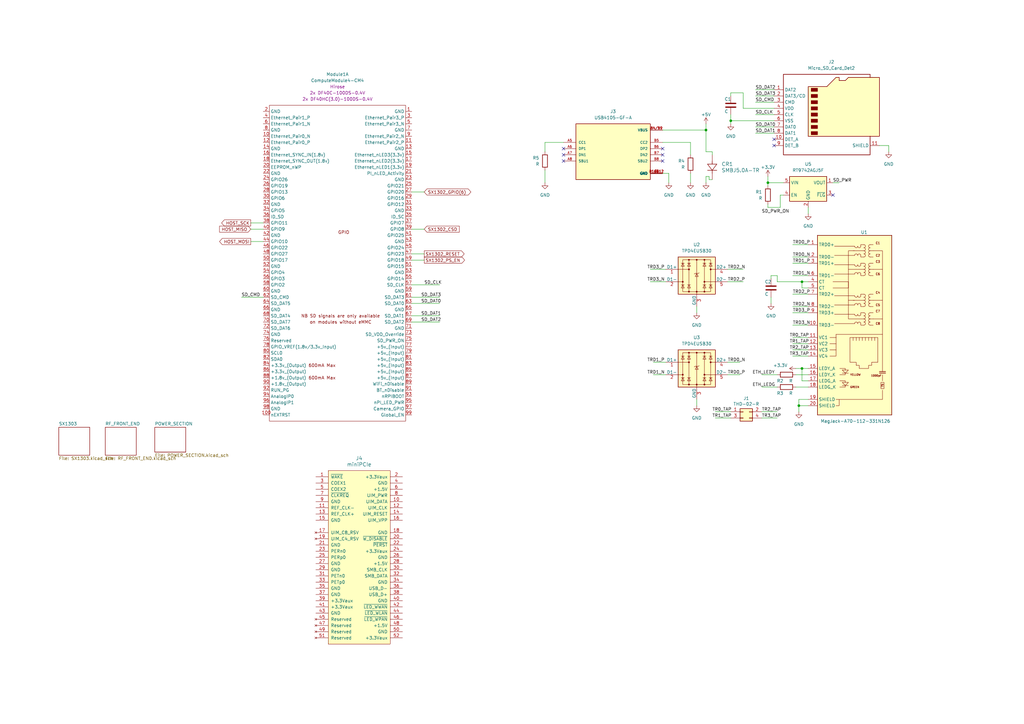
<source format=kicad_sch>
(kicad_sch (version 20230121) (generator eeschema)
  (paper "A3")
  (lib_symbols
    (symbol "CM4IO:ComputeModule4-CM4"
      (property "Reference" "Module" (at 113.03 -68.58 0))
      (property "Value" "ComputeModule4-CM4" (at 140.97 2.54 0))
      (property "Manufacturer" "Hirose" (at 0 0 0))
      (property "MPN" "2x DF40C-100DS-0.4V" (at 0 -2.54 0))
      (property "MPN (Alt)" "2x DF40HC(3.0)-100DS-0.4V" (at 0 0 0))
      (symbol "ComputeModule4-CM4_1_0"
        (text "GPIO" (at 0 6.35 0) (effects (font (size 1.27 1.27))))
      )
      (symbol "ComputeModule4-CM4_1_1"
        (text "600mA Max" (at -8.89 -53.34 0) (effects (font (size 1.27 1.27))))
        (text "600mA Max" (at -8.89 -48.26 0) (effects (font (size 1.27 1.27))))
        (text "NB SD signals are only available" (at -1.27 -27.94 0) (effects (font (size 1.27 1.27))))
        (text "on modules without eMMC" (at -1.27 -30.48 0) (effects (font (size 1.27 1.27))))
        (pin power_in line (at 27.94 55.88 180) (length 2.54) (name "GND") (number "1"))
        (pin passive line (at -33.02 45.72 0) (length 2.54) (name "Ethernet_Pair0_N") (number "10"))
        (pin output line (at -33.02 -68.58 0) (length 2.54) (name "nEXTRST") (number "100"))
        (pin passive line (at 27.94 43.18 180) (length 2.54) (name "Ethernet_Pair2_P") (number "11"))
        (pin passive line (at -33.02 43.18 0) (length 2.54) (name "Ethernet_Pair0_P") (number "12"))
        (pin power_in line (at 27.94 40.64 180) (length 2.54) (name "GND") (number "13"))
        (pin power_in line (at -33.02 40.64 0) (length 2.54) (name "GND") (number "14"))
        (pin output line (at 27.94 38.1 180) (length 2.54) (name "Ethernet_nLED3(3.3v)") (number "15"))
        (pin input line (at -33.02 38.1 0) (length 2.54) (name "Ethernet_SYNC_IN(1.8v)") (number "16"))
        (pin output line (at 27.94 35.56 180) (length 2.54) (name "Ethernet_nLED2(3.3v)") (number "17"))
        (pin input line (at -33.02 35.56 0) (length 2.54) (name "Ethernet_SYNC_OUT(1.8v)") (number "18"))
        (pin output line (at 27.94 33.02 180) (length 2.54) (name "Ethernet_nLED1(3.3v)") (number "19"))
        (pin power_in line (at -33.02 55.88 0) (length 2.54) (name "GND") (number "2"))
        (pin passive line (at -33.02 33.02 0) (length 2.54) (name "EEPROM_nWP") (number "20"))
        (pin open_collector line (at 27.94 30.48 180) (length 2.54) (name "PI_nLED_Activity") (number "21"))
        (pin power_in line (at -33.02 30.48 0) (length 2.54) (name "GND") (number "22"))
        (pin power_in line (at 27.94 27.94 180) (length 2.54) (name "GND") (number "23"))
        (pin passive line (at -33.02 27.94 0) (length 2.54) (name "GPIO26") (number "24"))
        (pin passive line (at 27.94 25.4 180) (length 2.54) (name "GPIO21") (number "25"))
        (pin passive line (at -33.02 25.4 0) (length 2.54) (name "GPIO19") (number "26"))
        (pin passive line (at 27.94 22.86 180) (length 2.54) (name "GPIO20") (number "27"))
        (pin passive line (at -33.02 22.86 0) (length 2.54) (name "GPIO13") (number "28"))
        (pin passive line (at 27.94 20.32 180) (length 2.54) (name "GPIO16") (number "29"))
        (pin passive line (at 27.94 53.34 180) (length 2.54) (name "Ethernet_Pair3_P") (number "3"))
        (pin passive line (at -33.02 20.32 0) (length 2.54) (name "GPIO6") (number "30"))
        (pin passive line (at 27.94 17.78 180) (length 2.54) (name "GPIO12") (number "31"))
        (pin power_in line (at -33.02 17.78 0) (length 2.54) (name "GND") (number "32"))
        (pin power_in line (at 27.94 15.24 180) (length 2.54) (name "GND") (number "33"))
        (pin passive line (at -33.02 15.24 0) (length 2.54) (name "GPIO5") (number "34"))
        (pin passive line (at 27.94 12.7 180) (length 2.54) (name "ID_SC") (number "35"))
        (pin passive line (at -33.02 12.7 0) (length 2.54) (name "ID_SD") (number "36"))
        (pin passive line (at 27.94 10.16 180) (length 2.54) (name "GPIO7") (number "37"))
        (pin passive line (at -33.02 10.16 0) (length 2.54) (name "GPIO11") (number "38"))
        (pin passive line (at 27.94 7.62 180) (length 2.54) (name "GPIO8") (number "39"))
        (pin passive line (at -33.02 53.34 0) (length 2.54) (name "Ethernet_Pair1_P") (number "4"))
        (pin passive line (at -33.02 7.62 0) (length 2.54) (name "GPIO9") (number "40"))
        (pin passive line (at 27.94 5.08 180) (length 2.54) (name "GPIO25") (number "41"))
        (pin power_in line (at -33.02 5.08 0) (length 2.54) (name "GND") (number "42"))
        (pin power_in line (at 27.94 2.54 180) (length 2.54) (name "GND") (number "43"))
        (pin passive line (at -33.02 2.54 0) (length 2.54) (name "GPIO10") (number "44"))
        (pin passive line (at 27.94 0 180) (length 2.54) (name "GPIO24") (number "45"))
        (pin passive line (at -33.02 0 0) (length 2.54) (name "GPIO22") (number "46"))
        (pin passive line (at 27.94 -2.54 180) (length 2.54) (name "GPIO23") (number "47"))
        (pin passive line (at -33.02 -2.54 0) (length 2.54) (name "GPIO27") (number "48"))
        (pin passive line (at 27.94 -5.08 180) (length 2.54) (name "GPIO18") (number "49"))
        (pin passive line (at 27.94 50.8 180) (length 2.54) (name "Ethernet_Pair3_N") (number "5"))
        (pin passive line (at -33.02 -5.08 0) (length 2.54) (name "GPIO17") (number "50"))
        (pin passive line (at 27.94 -7.62 180) (length 2.54) (name "GPIO15") (number "51"))
        (pin power_in line (at -33.02 -7.62 0) (length 2.54) (name "GND") (number "52"))
        (pin power_in line (at 27.94 -10.16 180) (length 2.54) (name "GND") (number "53"))
        (pin passive line (at -33.02 -10.16 0) (length 2.54) (name "GPIO4") (number "54"))
        (pin passive line (at 27.94 -12.7 180) (length 2.54) (name "GPIO14") (number "55"))
        (pin passive line (at -33.02 -12.7 0) (length 2.54) (name "GPIO3") (number "56"))
        (pin passive line (at 27.94 -15.24 180) (length 2.54) (name "SD_CLK") (number "57"))
        (pin passive line (at -33.02 -15.24 0) (length 2.54) (name "GPIO2") (number "58"))
        (pin power_in line (at 27.94 -17.78 180) (length 2.54) (name "GND") (number "59"))
        (pin passive line (at -33.02 50.8 0) (length 2.54) (name "Ethernet_Pair1_N") (number "6"))
        (pin power_in line (at -33.02 -17.78 0) (length 2.54) (name "GND") (number "60"))
        (pin passive line (at 27.94 -20.32 180) (length 2.54) (name "SD_DAT3") (number "61"))
        (pin passive line (at -33.02 -20.32 0) (length 2.54) (name "SD_CMD") (number "62"))
        (pin passive line (at 27.94 -22.86 180) (length 2.54) (name "SD_DAT0") (number "63"))
        (pin passive line (at -33.02 -22.86 0) (length 2.54) (name "SD_DAT5") (number "64"))
        (pin power_in line (at 27.94 -25.4 180) (length 2.54) (name "GND") (number "65"))
        (pin power_in line (at -33.02 -25.4 0) (length 2.54) (name "GND") (number "66"))
        (pin passive line (at 27.94 -27.94 180) (length 2.54) (name "SD_DAT1") (number "67"))
        (pin passive line (at -33.02 -27.94 0) (length 2.54) (name "SD_DAT4") (number "68"))
        (pin passive line (at 27.94 -30.48 180) (length 2.54) (name "SD_DAT2") (number "69"))
        (pin power_in line (at 27.94 48.26 180) (length 2.54) (name "GND") (number "7"))
        (pin passive line (at -33.02 -30.48 0) (length 2.54) (name "SD_DAT7") (number "70"))
        (pin power_in line (at 27.94 -33.02 180) (length 2.54) (name "GND") (number "71"))
        (pin passive line (at -33.02 -33.02 0) (length 2.54) (name "SD_DAT6") (number "72"))
        (pin input line (at 27.94 -35.56 180) (length 2.54) (name "SD_VDD_Override") (number "73"))
        (pin power_in line (at -33.02 -35.56 0) (length 2.54) (name "GND") (number "74"))
        (pin output line (at 27.94 -38.1 180) (length 2.54) (name "SD_PWR_ON") (number "75"))
        (pin passive line (at -33.02 -38.1 0) (length 2.54) (name "Reserved") (number "76"))
        (pin power_in line (at 27.94 -40.64 180) (length 2.54) (name "+5v_(Input)") (number "77"))
        (pin power_in line (at -33.02 -40.64 0) (length 2.54) (name "GPIO_VREF(1.8v/3.3v_Input)") (number "78"))
        (pin power_in line (at 27.94 -43.18 180) (length 2.54) (name "+5v_(Input)") (number "79"))
        (pin power_in line (at -33.02 48.26 0) (length 2.54) (name "GND") (number "8"))
        (pin passive line (at -33.02 -43.18 0) (length 2.54) (name "SCL0") (number "80"))
        (pin power_in line (at 27.94 -45.72 180) (length 2.54) (name "+5v_(Input)") (number "81"))
        (pin passive line (at -33.02 -45.72 0) (length 2.54) (name "SDA0") (number "82"))
        (pin power_in line (at 27.94 -48.26 180) (length 2.54) (name "+5v_(Input)") (number "83"))
        (pin power_out line (at -33.02 -48.26 0) (length 2.54) (name "+3.3v_(Output)") (number "84"))
        (pin power_in line (at 27.94 -50.8 180) (length 2.54) (name "+5v_(Input)") (number "85"))
        (pin power_out line (at -33.02 -50.8 0) (length 2.54) (name "+3.3v_(Output)") (number "86"))
        (pin power_in line (at 27.94 -53.34 180) (length 2.54) (name "+5v_(Input)") (number "87"))
        (pin power_out line (at -33.02 -53.34 0) (length 2.54) (name "+1.8v_(Output)") (number "88"))
        (pin power_in line (at 27.94 -55.88 180) (length 2.54) (name "WiFi_nDisable") (number "89"))
        (pin passive line (at 27.94 45.72 180) (length 2.54) (name "Ethernet_Pair2_N") (number "9"))
        (pin power_out line (at -33.02 -55.88 0) (length 2.54) (name "+1.8v_(Output)") (number "90"))
        (pin power_in line (at 27.94 -58.42 180) (length 2.54) (name "BT_nDisable") (number "91"))
        (pin passive line (at -33.02 -58.42 0) (length 2.54) (name "RUN_PG") (number "92"))
        (pin input line (at 27.94 -60.96 180) (length 2.54) (name "nRPIBOOT") (number "93"))
        (pin passive line (at -33.02 -60.96 0) (length 2.54) (name "AnalogIP0") (number "94"))
        (pin output line (at 27.94 -63.5 180) (length 2.54) (name "nPI_LED_PWR") (number "95"))
        (pin passive line (at -33.02 -63.5 0) (length 2.54) (name "AnalogIP1") (number "96"))
        (pin passive line (at 27.94 -66.04 180) (length 2.54) (name "Camera_GPIO") (number "97"))
        (pin power_in line (at -33.02 -66.04 0) (length 2.54) (name "GND") (number "98"))
        (pin input line (at 27.94 -68.58 180) (length 2.54) (name "Global_EN") (number "99"))
      )
      (symbol "ComputeModule4-CM4_2_1"
        (text "High Speed Serial" (at 140.97 0 0) (effects (font (size 1.27 1.27))))
        (pin input line (at 170.18 60.96 180) (length 5.08) (name "USB_OTG_ID") (number "101"))
        (pin input line (at 109.22 60.96 0) (length 5.08) (name "PCIe_CLK_nREQ") (number "102"))
        (pin passive line (at 170.18 58.42 180) (length 5.08) (name "USB2_N") (number "103"))
        (pin passive line (at 109.22 58.42 0) (length 5.08) (name "Reserved") (number "104"))
        (pin passive line (at 170.18 55.88 180) (length 5.08) (name "USB2_P") (number "105"))
        (pin passive line (at 109.22 55.88 0) (length 5.08) (name "Reserved") (number "106"))
        (pin power_in line (at 170.18 53.34 180) (length 5.08) (name "GND") (number "107"))
        (pin power_in line (at 109.22 53.34 0) (length 5.08) (name "GND") (number "108"))
        (pin bidirectional line (at 170.18 50.8 180) (length 5.08) (name "PCIe_nRST") (number "109"))
        (pin output line (at 109.22 50.8 0) (length 5.08) (name "PCIe_CLK_P") (number "110"))
        (pin passive line (at 170.18 48.26 180) (length 5.08) (name "VDAC_COMP") (number "111"))
        (pin output line (at 109.22 48.26 0) (length 5.08) (name "PCIe_CLK_N") (number "112"))
        (pin power_in line (at 170.18 45.72 180) (length 5.08) (name "GND") (number "113"))
        (pin power_in line (at 109.22 45.72 0) (length 5.08) (name "GND") (number "114"))
        (pin input line (at 170.18 43.18 180) (length 5.08) (name "CAM1_D0_N") (number "115"))
        (pin input line (at 109.22 43.18 0) (length 5.08) (name "PCIe_RX_P") (number "116"))
        (pin input line (at 170.18 40.64 180) (length 5.08) (name "CAM1_D0_P") (number "117"))
        (pin input line (at 109.22 40.64 0) (length 5.08) (name "PCIe_RX_N") (number "118"))
        (pin power_in line (at 170.18 38.1 180) (length 5.08) (name "GND") (number "119"))
        (pin power_in line (at 109.22 38.1 0) (length 5.08) (name "GND") (number "120"))
        (pin input line (at 170.18 35.56 180) (length 5.08) (name "CAM1_D1_N") (number "121"))
        (pin output line (at 109.22 35.56 0) (length 5.08) (name "PCIe_TX_P") (number "122"))
        (pin input line (at 170.18 33.02 180) (length 5.08) (name "CAM1_D1_P") (number "123"))
        (pin output line (at 109.22 33.02 0) (length 5.08) (name "PCIe_TX_N") (number "124"))
        (pin power_in line (at 170.18 30.48 180) (length 5.08) (name "GND") (number "125"))
        (pin power_in line (at 109.22 30.48 0) (length 5.08) (name "GND") (number "126"))
        (pin input line (at 170.18 27.94 180) (length 5.08) (name "CAM1_C_N") (number "127"))
        (pin input line (at 109.22 27.94 0) (length 5.08) (name "CAM0_D0_N") (number "128"))
        (pin input line (at 170.18 25.4 180) (length 5.08) (name "CAM1_C_P") (number "129"))
        (pin input line (at 109.22 25.4 0) (length 5.08) (name "CAM0_D0_P") (number "130"))
        (pin power_in line (at 170.18 22.86 180) (length 5.08) (name "GND") (number "131"))
        (pin power_in line (at 109.22 22.86 0) (length 5.08) (name "GND") (number "132"))
        (pin input line (at 170.18 20.32 180) (length 5.08) (name "CAM1_D2_N") (number "133"))
        (pin input line (at 109.22 20.32 0) (length 5.08) (name "CAM0_D1_N") (number "134"))
        (pin input line (at 170.18 17.78 180) (length 5.08) (name "CAM1_D2_P") (number "135"))
        (pin input line (at 109.22 17.78 0) (length 5.08) (name "CAM0_D1_P") (number "136"))
        (pin power_in line (at 170.18 15.24 180) (length 5.08) (name "GND") (number "137"))
        (pin power_in line (at 109.22 15.24 0) (length 5.08) (name "GND") (number "138"))
        (pin input line (at 170.18 12.7 180) (length 5.08) (name "CAM1_D3_N") (number "139"))
        (pin input line (at 109.22 12.7 0) (length 5.08) (name "CAM0_C_N") (number "140"))
        (pin input line (at 170.18 10.16 180) (length 5.08) (name "CAM1_D3_P") (number "141"))
        (pin input line (at 109.22 10.16 0) (length 5.08) (name "CAM0_C_P") (number "142"))
        (pin input line (at 170.18 7.62 180) (length 5.08) (name "HDMI1_HOTPLUG") (number "143"))
        (pin power_in line (at 109.22 7.62 0) (length 5.08) (name "GND") (number "144"))
        (pin bidirectional line (at 170.18 5.08 180) (length 5.08) (name "HDMI1_SDA") (number "145"))
        (pin output line (at 109.22 5.08 0) (length 5.08) (name "HDMI1_TX2_P") (number "146"))
        (pin open_collector line (at 170.18 2.54 180) (length 5.08) (name "HDMI1_SCL") (number "147"))
        (pin output line (at 109.22 2.54 0) (length 5.08) (name "HDMI1_TX2_N") (number "148"))
        (pin open_collector line (at 170.18 0 180) (length 5.08) (name "HDMI1_CEC") (number "149"))
        (pin power_in line (at 109.22 0 0) (length 5.08) (name "GND") (number "150"))
        (pin open_collector line (at 170.18 -2.54 180) (length 5.08) (name "HDMI0_CEC") (number "151"))
        (pin output line (at 109.22 -2.54 0) (length 5.08) (name "HDMI1_TX1_P") (number "152"))
        (pin input line (at 170.18 -5.08 180) (length 5.08) (name "HDMI0_HOTPLUG") (number "153"))
        (pin output line (at 109.22 -5.08 0) (length 5.08) (name "HDMI1_TX1_N") (number "154"))
        (pin power_in line (at 170.18 -7.62 180) (length 5.08) (name "GND") (number "155"))
        (pin power_in line (at 109.22 -7.62 0) (length 5.08) (name "GND") (number "156"))
        (pin output line (at 170.18 -10.16 180) (length 5.08) (name "DSI0_D0_N") (number "157"))
        (pin output line (at 109.22 -10.16 0) (length 5.08) (name "HDMI1_TX0_P") (number "158"))
        (pin output line (at 170.18 -12.7 180) (length 5.08) (name "DSI0_D0_P") (number "159"))
        (pin output line (at 109.22 -12.7 0) (length 5.08) (name "HDMI1_TX0_N") (number "160"))
        (pin power_in line (at 170.18 -15.24 180) (length 5.08) (name "GND") (number "161"))
        (pin power_in line (at 109.22 -15.24 0) (length 5.08) (name "GND") (number "162"))
        (pin output line (at 170.18 -17.78 180) (length 5.08) (name "DSI0_D1_N") (number "163"))
        (pin output line (at 109.22 -17.78 0) (length 5.08) (name "HDMI1_CLK_P") (number "164"))
        (pin output line (at 170.18 -20.32 180) (length 5.08) (name "DSI0_D1_P") (number "165"))
        (pin output line (at 109.22 -20.32 0) (length 5.08) (name "HDMI1_CLK_N") (number "166"))
        (pin power_in line (at 170.18 -22.86 180) (length 5.08) (name "GND") (number "167"))
        (pin power_in line (at 109.22 -22.86 0) (length 5.08) (name "GND") (number "168"))
        (pin output line (at 170.18 -25.4 180) (length 5.08) (name "DSI0_C_N") (number "169"))
        (pin output line (at 109.22 -25.4 0) (length 5.08) (name "HDMI0_TX2_P") (number "170"))
        (pin output line (at 170.18 -27.94 180) (length 5.08) (name "DSI0_C_P") (number "171"))
        (pin output line (at 109.22 -27.94 0) (length 5.08) (name "HDMI0_TX2_N") (number "172"))
        (pin power_in line (at 170.18 -30.48 180) (length 5.08) (name "GND") (number "173"))
        (pin power_in line (at 109.22 -30.48 0) (length 5.08) (name "GND") (number "174"))
        (pin output line (at 170.18 -33.02 180) (length 5.08) (name "DSI1_D0_N") (number "175"))
        (pin output line (at 109.22 -33.02 0) (length 5.08) (name "HDMI0_TX1_P") (number "176"))
        (pin output line (at 170.18 -35.56 180) (length 5.08) (name "DSI1_D0_P") (number "177"))
        (pin output line (at 109.22 -35.56 0) (length 5.08) (name "HDMI0_TX1_N") (number "178"))
        (pin power_in line (at 170.18 -38.1 180) (length 5.08) (name "GND") (number "179"))
        (pin power_in line (at 109.22 -38.1 0) (length 5.08) (name "GND") (number "180"))
        (pin output line (at 170.18 -40.64 180) (length 5.08) (name "DSI1_D1_N") (number "181"))
        (pin output line (at 109.22 -40.64 0) (length 5.08) (name "HDMI0_TX0_P") (number "182"))
        (pin output line (at 170.18 -43.18 180) (length 5.08) (name "DSI1_D1_P") (number "183"))
        (pin output line (at 109.22 -43.18 0) (length 5.08) (name "HDMI0_TX0_N") (number "184"))
        (pin power_in line (at 170.18 -45.72 180) (length 5.08) (name "GND") (number "185"))
        (pin power_in line (at 109.22 -45.72 0) (length 5.08) (name "GND") (number "186"))
        (pin output line (at 170.18 -48.26 180) (length 5.08) (name "DSI1_C_N") (number "187"))
        (pin output line (at 109.22 -48.26 0) (length 5.08) (name "HDMI0_CLK_P") (number "188"))
        (pin output line (at 170.18 -50.8 180) (length 5.08) (name "DSI1_C_P") (number "189"))
        (pin output line (at 109.22 -50.8 0) (length 5.08) (name "HDMI0_CLK_N") (number "190"))
        (pin power_in line (at 170.18 -53.34 180) (length 5.08) (name "GND") (number "191"))
        (pin power_in line (at 109.22 -53.34 0) (length 5.08) (name "GND") (number "192"))
        (pin output line (at 170.18 -55.88 180) (length 5.08) (name "DSI1_D2_N") (number "193"))
        (pin output line (at 109.22 -55.88 0) (length 5.08) (name "DSI1_D3_N") (number "194"))
        (pin output line (at 170.18 -58.42 180) (length 5.08) (name "DSI1_D2_P") (number "195"))
        (pin output line (at 109.22 -58.42 0) (length 5.08) (name "DSI1_D3_P") (number "196"))
        (pin power_in line (at 170.18 -60.96 180) (length 5.08) (name "GND") (number "197"))
        (pin power_in line (at 109.22 -60.96 0) (length 5.08) (name "GND") (number "198"))
        (pin bidirectional line (at 170.18 -63.5 180) (length 5.08) (name "HDMI0_SDA") (number "199"))
        (pin open_collector line (at 109.22 -63.5 0) (length 5.08) (name "HDMI0_SCL") (number "200"))
      )
    )
    (symbol "CM4IO:MagJack-A70-112-331N126"
      (property "Reference" "U" (at 0 0 0))
      (property "Value" "MagJack-A70-112-331N126" (at 0 0 0))
      (symbol "MagJack-A70-112-331N126_1_1"
        (text "1000pF" (at 6.35 17.399 0) (effects (font (size 0.762 0.762))))
        (text "75" (at 8.89 13.335 900) (effects (font (size 0.762 0.762))))
        (text "C1" (at 6.985 71.755 0) (effects (font (size 0.889 0.889))))
        (text "C2" (at 6.985 66.675 0) (effects (font (size 0.889 0.889))))
        (text "C3" (at 6.985 64.135 0) (effects (font (size 0.889 0.889))))
        (text "C4" (at 6.985 51.435 0) (effects (font (size 0.889 0.889))))
        (text "C5" (at 6.985 46.355 0) (effects (font (size 0.889 0.889))))
        (text "C6" (at 6.985 59.055 0) (effects (font (size 0.889 0.889))))
        (text "C7" (at 6.985 43.815 0) (effects (font (size 0.889 0.889))))
        (text "C8" (at 6.985 38.735 0) (effects (font (size 0.889 0.889))))
        (text "GREEN" (at -4.445 12.7 0) (effects (font (size 0.762 0.762)) (justify left)))
        (text "YELLOW" (at -4.445 17.78 0) (effects (font (size 0.762 0.762)) (justify left)))
        (pin passive line (at -21.59 71.12 0) (length 3.81) (name "TRD0+") (number "1"))
        (pin passive line (at -21.59 38.1 0) (length 3.81) (name "TRD3-") (number "10"))
        (pin passive line (at -21.59 33.02 0) (length 3.81) (name "VC1") (number "11"))
        (pin passive line (at -21.59 30.48 0) (length 3.81) (name "VC2") (number "12"))
        (pin passive line (at -21.59 27.94 0) (length 3.81) (name "VC3") (number "13"))
        (pin passive line (at -21.59 25.4 0) (length 3.81) (name "VC4") (number "14"))
        (pin passive line (at -21.59 20.32 0) (length 3.81) (name "LEDY_A") (number "15"))
        (pin passive line (at -21.59 17.78 0) (length 3.81) (name "LEDY_K") (number "16"))
        (pin passive line (at -21.59 15.24 0) (length 3.81) (name "LEDG_A") (number "17"))
        (pin passive line (at -21.59 12.7 0) (length 3.81) (name "LEDG_K") (number "18"))
        (pin passive line (at -21.59 7.62 0) (length 3.81) (name "SHIELD") (number "19"))
        (pin passive line (at -21.59 66.04 0) (length 3.81) (name "TRD0-") (number "2"))
        (pin passive line (at -21.59 5.08 0) (length 3.81) (name "SHIELD") (number "20"))
        (pin passive line (at -21.59 63.5 0) (length 3.81) (name "TRD1+") (number "3"))
        (pin passive line (at -21.59 55.88 0) (length 3.81) (name "CT") (number "4"))
        (pin passive line (at -21.59 53.34 0) (length 3.81) (name "CT") (number "5"))
        (pin passive line (at -21.59 58.42 0) (length 3.81) (name "TRD1-") (number "6"))
        (pin passive line (at -21.59 50.8 0) (length 3.81) (name "TRD2+") (number "7"))
        (pin passive line (at -21.59 45.72 0) (length 3.81) (name "TRD2-") (number "8"))
        (pin passive line (at -21.59 43.18 0) (length 3.81) (name "TRD3+") (number "9"))
      )
    )
    (symbol "CM4IO:TPD4EUSB30" (pin_names (offset 0))
      (property "Reference" "U" (at -0.635 8.89 0))
      (property "Value" "TPD4EUSB30" (at 8.89 -10.16 0))
      (symbol "TPD4EUSB30_1_1"
        (pin passive line (at -12.7 2.54 0) (length 5.08) (name "D1+") (number "1"))
        (pin passive line (at -12.7 2.54 0) (length 5.08) hide (name "~") (number "10"))
        (pin passive line (at -12.7 -2.54 0) (length 5.08) (name "D1-") (number "2"))
        (pin power_in line (at 0 -12.7 90) (length 5.08) (name "GND") (number "3"))
        (pin passive line (at 12.7 2.54 180) (length 5.08) (name "D2+") (number "4"))
        (pin passive line (at 12.7 -2.54 180) (length 5.08) (name "D2-") (number "5"))
        (pin passive line (at 12.7 -2.54 180) (length 5.08) hide (name "~") (number "6"))
        (pin passive line (at 12.7 2.54 180) (length 5.08) hide (name "~") (number "7"))
        (pin passive line (at 0 -12.7 90) (length 5.08) hide (name "GND") (number "8"))
        (pin passive line (at -12.7 -2.54 0) (length 5.08) hide (name "~") (number "9"))
      )
    )
    (symbol "Connector:Micro_SD_Card_Det2"
      (property "Reference" "J" (at -16.51 17.78 0))
      (property "Value" "Micro_SD_Card_Det2" (at 16.51 17.78 0))
      (symbol "Micro_SD_Card_Det2_1_1"
        (pin bidirectional line (at -22.86 10.16 0) (length 3.81) (name "DAT2") (number "1"))
        (pin passive line (at -22.86 -10.16 0) (length 3.81) (name "DET_A") (number "10"))
        (pin passive line (at 20.32 -12.7 180) (length 3.81) (name "SHIELD") (number "11"))
        (pin bidirectional line (at -22.86 7.62 0) (length 3.81) (name "DAT3/CD") (number "2"))
        (pin input line (at -22.86 5.08 0) (length 3.81) (name "CMD") (number "3"))
        (pin power_in line (at -22.86 2.54 0) (length 3.81) (name "VDD") (number "4"))
        (pin input line (at -22.86 0 0) (length 3.81) (name "CLK") (number "5"))
        (pin power_in line (at -22.86 -2.54 0) (length 3.81) (name "VSS") (number "6"))
        (pin bidirectional line (at -22.86 -5.08 0) (length 3.81) (name "DAT0") (number "7"))
        (pin bidirectional line (at -22.86 -7.62 0) (length 3.81) (name "DAT1") (number "8"))
        (pin passive line (at -22.86 -12.7 0) (length 3.81) (name "DET_B") (number "9"))
      )
    )
    (symbol "Connector_Generic:Conn_02x02_Odd_Even" (pin_names hide)
      (property "Reference" "J" (at 1.27 2.54 0))
      (property "Value" "Conn_02x02_Odd_Even" (at 1.27 -5.08 0))
      (symbol "Conn_02x02_Odd_Even_1_1"
        (pin passive line (at -5.08 0 0) (length 3.81) (name "Pin_1") (number "1"))
        (pin passive line (at 7.62 0 180) (length 3.81) (name "Pin_2") (number "2"))
        (pin passive line (at -5.08 -2.54 0) (length 3.81) (name "Pin_3") (number "3"))
        (pin passive line (at 7.62 -2.54 180) (length 3.81) (name "Pin_4") (number "4"))
      )
    )
    (symbol "Device:C" (pin_numbers hide) (pin_names (offset 0.254))
      (property "Reference" "C" (at 0.635 2.54 0))
      (property "Value" "C" (at 0.635 -2.54 0))
      (symbol "C_1_1"
        (pin passive line (at 0 3.81 270) (length 2.794) (name "~") (number "1"))
        (pin passive line (at 0 -3.81 90) (length 2.794) (name "~") (number "2"))
      )
    )
    (symbol "Device:R" (pin_numbers hide) (pin_names (offset 0))
      (property "Reference" "R" (at 2.032 0 90))
      (property "Value" "R" (at 0 0 90))
      (symbol "R_1_1"
        (pin passive line (at 0 3.81 270) (length 1.27) (name "~") (number "1"))
        (pin passive line (at 0 -3.81 90) (length 1.27) (name "~") (number "2"))
      )
    )
    (symbol "Power_Management:RT9742AGJ5F"
      (property "Reference" "U" (at 0 10.16 0))
      (property "Value" "RT9742AGJ5F" (at 0 7.62 0))
      (symbol "RT9742AGJ5F_1_1"
        (pin power_out line (at 10.16 2.54 180) (length 2.54) (name "VOUT") (number "1"))
        (pin power_in line (at 0 -7.62 90) (length 2.54) (name "GND") (number "2"))
        (pin open_collector line (at 10.16 -2.54 180) (length 2.54) (name "~{FLG}") (number "3"))
        (pin input line (at -10.16 -2.54 0) (length 2.54) (name "EN") (number "4"))
        (pin power_in line (at -10.16 2.54 0) (length 2.54) (name "VIN") (number "5"))
      )
    )
    (symbol "SMBJ5:SMBJ5.0A-TR" (pin_numbers hide) (pin_names (offset -1.651) hide)
      (property "Reference" "CR" (at 5.08 4.445 0))
      (property "Value" "SMBJ5.0A-TR" (at 5.08 -7.62 0))
      (symbol "SMBJ5.0A-TR_1_1"
        (pin unspecified line (at 10.16 0 180) (length 2.54) (name "1") (number "1"))
        (pin unspecified line (at 0 0 0) (length 2.54) (name "2") (number "2"))
      )
    )
    (symbol "USB4105-GF-A:USB4105-GF-A" (pin_names (offset 1.016))
      (property "Reference" "J" (at -15.24 13.97 0))
      (property "Value" "USB4105-GF-A" (at -15.24 -12.7 0))
      (symbol "USB4105-GF-A_0_0"
        (pin power_in line (at 20.32 -7.62 180) (length 5.08) (name "GND") (number "A1/B12"))
        (pin power_in line (at 20.32 10.16 180) (length 5.08) (name "VBUS") (number "A4/B9"))
        (pin bidirectional line (at -20.32 5.08 0) (length 5.08) (name "CC1") (number "A5"))
        (pin bidirectional line (at -20.32 2.54 0) (length 5.08) (name "DP1") (number "A6"))
        (pin bidirectional line (at -20.32 0 0) (length 5.08) (name "DN1") (number "A7"))
        (pin bidirectional line (at -20.32 -2.54 0) (length 5.08) (name "SBU1") (number "A8"))
        (pin power_in line (at 20.32 -7.62 180) (length 5.08) (name "GND") (number "B1/A12"))
        (pin power_in line (at 20.32 10.16 180) (length 5.08) (name "VBUS") (number "B4/A9"))
        (pin bidirectional line (at 20.32 5.08 180) (length 5.08) (name "CC2") (number "B5"))
        (pin bidirectional line (at 20.32 2.54 180) (length 5.08) (name "DP2") (number "B6"))
        (pin bidirectional line (at 20.32 0 180) (length 5.08) (name "DN2") (number "B7"))
        (pin bidirectional line (at 20.32 -2.54 180) (length 5.08) (name "SBU2") (number "B8"))
        (pin power_in line (at 20.32 -7.62 180) (length 5.08) (name "GND") (number "G1"))
        (pin power_in line (at 20.32 -7.62 180) (length 5.08) (name "GND") (number "G2"))
        (pin power_in line (at 20.32 -7.62 180) (length 5.08) (name "GND") (number "G3"))
        (pin power_in line (at 20.32 -7.62 180) (length 5.08) (name "GND") (number "G4"))
      )
    )
    (symbol "mpcie:miniPCIe" (pin_names (offset 1.016))
      (property "Reference" "J" (at 0 -38.1 0))
      (property "Value" "miniPCIe" (at 0 35.56 0))
      (symbol "miniPCIe_1_1"
        (pin output line (at -17.78 31.75 0) (length 5.08) (name "~{WAKE}") (number "1"))
        (pin bidirectional line (at 17.78 21.59 180) (length 5.08) (name "UIM_DATA") (number "10"))
        (pin input line (at -17.78 19.05 0) (length 5.08) (name "REF_CLK-") (number "11"))
        (pin output line (at 17.78 19.05 180) (length 5.08) (name "UIM_CLK") (number "12"))
        (pin input line (at -17.78 16.51 0) (length 5.08) (name "REF_CLK+") (number "13"))
        (pin output line (at 17.78 16.51 180) (length 5.08) (name "UIM_RESET") (number "14"))
        (pin power_in line (at -17.78 13.97 0) (length 5.08) (name "GND") (number "15"))
        (pin power_out line (at 17.78 13.97 180) (length 5.08) (name "UIM_VPP") (number "16"))
        (pin no_connect line (at -17.78 8.89 0) (length 5.08) (name "UIM_C8_RSV") (number "17"))
        (pin power_in line (at 17.78 8.89 180) (length 5.08) (name "GND") (number "18"))
        (pin no_connect line (at -17.78 6.35 0) (length 5.08) (name "UIM_C4_RSV") (number "19"))
        (pin power_in line (at 17.78 31.75 180) (length 5.08) (name "+3.3Vaux") (number "2"))
        (pin input line (at 17.78 6.35 180) (length 5.08) (name "~{W_DISABLE}") (number "20"))
        (pin power_in line (at -17.78 3.81 0) (length 5.08) (name "GND") (number "21"))
        (pin input line (at 17.78 3.81 180) (length 5.08) (name "~{PERST}") (number "22"))
        (pin bidirectional line (at -17.78 1.27 0) (length 5.08) (name "PERn0") (number "23"))
        (pin power_in line (at 17.78 1.27 180) (length 5.08) (name "+3.3Vaux") (number "24"))
        (pin bidirectional line (at -17.78 -1.27 0) (length 5.08) (name "PERp0") (number "25"))
        (pin power_in line (at 17.78 -1.27 180) (length 5.08) (name "GND") (number "26"))
        (pin power_in line (at -17.78 -3.81 0) (length 5.08) (name "GND") (number "27"))
        (pin power_in line (at 17.78 -3.81 180) (length 5.08) (name "+1.5V") (number "28"))
        (pin power_in line (at -17.78 -6.35 0) (length 5.08) (name "GND") (number "29"))
        (pin unspecified line (at -17.78 29.21 0) (length 5.08) (name "COEX1") (number "3"))
        (pin input line (at 17.78 -6.35 180) (length 5.08) (name "SMB_CLK") (number "30"))
        (pin bidirectional line (at -17.78 -8.89 0) (length 5.08) (name "PETn0") (number "31"))
        (pin bidirectional line (at 17.78 -8.89 180) (length 5.08) (name "SMB_DATA") (number "32"))
        (pin bidirectional line (at -17.78 -11.43 0) (length 5.08) (name "PETp0") (number "33"))
        (pin power_in line (at 17.78 -11.43 180) (length 5.08) (name "GND") (number "34"))
        (pin power_in line (at -17.78 -13.97 0) (length 5.08) (name "GND") (number "35"))
        (pin bidirectional line (at 17.78 -13.97 180) (length 5.08) (name "USB_D-") (number "36"))
        (pin power_in line (at -17.78 -16.51 0) (length 5.08) (name "GND") (number "37"))
        (pin bidirectional line (at 17.78 -16.51 180) (length 5.08) (name "USB_D+") (number "38"))
        (pin power_in line (at -17.78 -19.05 0) (length 5.08) (name "+3.3Vaux") (number "39"))
        (pin power_in line (at 17.78 29.21 180) (length 5.08) (name "GND") (number "4"))
        (pin power_in line (at 17.78 -19.05 180) (length 5.08) (name "GND") (number "40"))
        (pin power_in line (at -17.78 -21.59 0) (length 5.08) (name "+3.3Vaux") (number "41"))
        (pin output line (at 17.78 -21.59 180) (length 5.08) (name "~{LED_WWAN}") (number "42"))
        (pin power_in line (at -17.78 -24.13 0) (length 5.08) (name "GND") (number "43"))
        (pin output line (at 17.78 -24.13 180) (length 5.08) (name "~{LED_WLAN}") (number "44"))
        (pin no_connect line (at -17.78 -26.67 0) (length 5.08) (name "Reserved") (number "45"))
        (pin output line (at 17.78 -26.67 180) (length 5.08) (name "~{LED_WPAN}") (number "46"))
        (pin no_connect line (at -17.78 -29.21 0) (length 5.08) (name "Reserved") (number "47"))
        (pin power_in line (at 17.78 -29.21 180) (length 5.08) (name "+1.5V") (number "48"))
        (pin no_connect line (at -17.78 -31.75 0) (length 5.08) (name "Reserved") (number "49"))
        (pin unspecified line (at -17.78 26.67 0) (length 5.08) (name "COEX2") (number "5"))
        (pin power_in line (at 17.78 -31.75 180) (length 5.08) (name "GND") (number "50"))
        (pin no_connect line (at -17.78 -34.29 0) (length 5.08) (name "Reserved") (number "51"))
        (pin power_in line (at 17.78 -34.29 180) (length 5.08) (name "+3.3Vaux") (number "52"))
        (pin power_in line (at 17.78 26.67 180) (length 5.08) (name "+1.5V") (number "6"))
        (pin output line (at -17.78 24.13 0) (length 5.08) (name "~{CLKREQ}") (number "7"))
        (pin power_out line (at 17.78 24.13 180) (length 5.08) (name "UIM_PWR") (number "8"))
        (pin power_in line (at -17.78 21.59 0) (length 5.08) (name "GND") (number "9"))
      )
    )
    (symbol "power:+3.3V" (power) (pin_names (offset 0))
      (property "Value" "+3.3V" (at 0 3.556 0))
      (symbol "+3.3V_1_1"
        (pin power_in line (at 0 0 90) (length 0) hide (name "+3.3V") (number "1"))
      )
    )
    (symbol "power:+5V" (power) (pin_names (offset 0))
      (property "Value" "+5V" (at 0 3.556 0))
      (symbol "+5V_1_1"
        (pin power_in line (at 0 0 90) (length 0) hide (name "+5V") (number "1"))
      )
    )
    (symbol "power:GND" (power) (pin_names (offset 0))
      (property "Value" "GND" (at 0 -3.81 0))
      (symbol "GND_1_1"
        (pin power_in line (at 0 0 270) (length 0) hide (name "GND") (number "1"))
      )
    )
  )
  (junction (at 314.96 74.93))
  (junction (at 299.72 49.53))
  (junction (at 289.56 53.34))
  (junction (at 328.93 151.13))
  (junction (at 328.93 115.57))
  (junction (at 327.66 166.37))
  (no_connect (at 271.78 66.04))
  (no_connect (at 317.5 59.69))
  (no_connect (at 341.63 80.01))
  (no_connect (at 271.78 63.5))
  (no_connect (at 231.14 60.96))
  (no_connect (at 231.14 63.5))
  (no_connect (at 317.5 57.15))
  (no_connect (at 271.78 60.96))
  (no_connect (at 231.14 66.04))
  (wire (pts (xy 314.96 83.82) (xy 314.96 85.09)))
  (wire (pts (xy 309.88 36.83) (xy 317.5 36.83)))
  (wire (pts (xy 168.91 106.68) (xy 173.99 106.68)))
  (wire (pts (xy 314.96 72.39) (xy 314.96 74.93)))
  (wire (pts (xy 102.87 99.06) (xy 107.95 99.06)))
  (wire (pts (xy 325.12 143.51) (xy 331.47 143.51)))
  (wire (pts (xy 331.47 85.09) (xy 331.47 87.63)))
  (wire (pts (xy 320.04 85.09) (xy 314.96 85.09)))
  (wire (pts (xy 298.45 110.49) (xy 304.8 110.49)))
  (wire (pts (xy 325.12 146.05) (xy 331.47 146.05)))
  (wire (pts (xy 314.96 74.93) (xy 314.96 76.2)))
  (wire (pts (xy 292.1 63.5) (xy 292.1 62.23)))
  (wire (pts (xy 325.12 140.97) (xy 331.47 140.97)))
  (wire (pts (xy 271.78 71.12) (xy 274.32 71.12)))
  (wire (pts (xy 223.52 69.85) (xy 223.52 74.93)))
  (wire (pts (xy 289.56 72.39) (xy 289.56 74.93)))
  (wire (pts (xy 309.88 41.91) (xy 317.5 41.91)))
  (wire (pts (xy 341.63 74.93) (xy 344.17 74.93)))
  (wire (pts (xy 317.5 44.45) (xy 304.8 44.45)))
  (wire (pts (xy 318.77 113.03) (xy 316.23 113.03)))
  (wire (pts (xy 316.23 113.03) (xy 316.23 114.3)))
  (wire (pts (xy 309.88 39.37) (xy 317.5 39.37)))
  (wire (pts (xy 331.47 156.21) (xy 328.93 156.21)))
  (wire (pts (xy 327.66 163.83) (xy 327.66 166.37)))
  (wire (pts (xy 168.91 129.54) (xy 180.34 129.54)))
  (wire (pts (xy 312.42 153.67) (xy 318.77 153.67)))
  (wire (pts (xy 312.42 171.45) (xy 318.77 171.45)))
  (wire (pts (xy 304.8 44.45) (xy 304.8 38.1)))
  (wire (pts (xy 266.7 115.57) (xy 273.05 115.57)))
  (wire (pts (xy 223.52 58.42) (xy 223.52 62.23)))
  (wire (pts (xy 326.39 151.13) (xy 328.93 151.13)))
  (wire (pts (xy 325.12 120.65) (xy 331.47 120.65)))
  (wire (pts (xy 283.21 71.12) (xy 283.21 74.93)))
  (wire (pts (xy 285.75 125.73) (xy 285.75 128.27)))
  (wire (pts (xy 328.93 115.57) (xy 318.77 115.57)))
  (wire (pts (xy 99.06 121.92) (xy 107.95 121.92)))
  (wire (pts (xy 321.31 80.01) (xy 320.04 80.01)))
  (wire (pts (xy 168.91 124.46) (xy 180.34 124.46)))
  (wire (pts (xy 325.12 100.33) (xy 331.47 100.33)))
  (wire (pts (xy 298.45 148.59) (xy 303.53 148.59)))
  (wire (pts (xy 331.47 118.11) (xy 328.93 118.11)))
  (wire (pts (xy 102.87 93.98) (xy 107.95 93.98)))
  (wire (pts (xy 267.97 153.67) (xy 273.05 153.67)))
  (wire (pts (xy 320.04 80.01) (xy 320.04 85.09)))
  (wire (pts (xy 309.88 52.07) (xy 317.5 52.07)))
  (wire (pts (xy 168.91 121.92) (xy 180.34 121.92)))
  (wire (pts (xy 328.93 156.21) (xy 328.93 151.13)))
  (wire (pts (xy 299.72 46.99) (xy 299.72 49.53)))
  (wire (pts (xy 292.1 73.66) (xy 290.83 73.66)))
  (wire (pts (xy 266.7 110.49) (xy 273.05 110.49)))
  (wire (pts (xy 168.91 116.84) (xy 180.34 116.84)))
  (wire (pts (xy 328.93 151.13) (xy 331.47 151.13)))
  (wire (pts (xy 168.91 78.74) (xy 173.99 78.74)))
  (wire (pts (xy 283.21 58.42) (xy 283.21 63.5)))
  (wire (pts (xy 327.66 166.37) (xy 327.66 168.91)))
  (wire (pts (xy 299.72 38.1) (xy 299.72 39.37)))
  (wire (pts (xy 318.77 115.57) (xy 318.77 113.03)))
  (wire (pts (xy 321.31 74.93) (xy 314.96 74.93)))
  (wire (pts (xy 290.83 73.66) (xy 290.83 72.39)))
  (wire (pts (xy 312.42 158.75) (xy 318.77 158.75)))
  (wire (pts (xy 326.39 158.75) (xy 331.47 158.75)))
  (wire (pts (xy 285.75 163.83) (xy 285.75 166.37)))
  (wire (pts (xy 360.68 59.69) (xy 364.49 59.69)))
  (wire (pts (xy 274.32 71.12) (xy 274.32 74.93)))
  (wire (pts (xy 331.47 163.83) (xy 327.66 163.83)))
  (wire (pts (xy 325.12 125.73) (xy 331.47 125.73)))
  (wire (pts (xy 299.72 49.53) (xy 299.72 50.8)))
  (wire (pts (xy 316.23 121.92) (xy 316.23 124.46)))
  (wire (pts (xy 327.66 166.37) (xy 331.47 166.37)))
  (wire (pts (xy 168.91 104.14) (xy 173.99 104.14)))
  (wire (pts (xy 312.42 168.91) (xy 318.77 168.91)))
  (wire (pts (xy 325.12 128.27) (xy 331.47 128.27)))
  (wire (pts (xy 325.12 113.03) (xy 331.47 113.03)))
  (wire (pts (xy 289.56 72.39) (xy 290.83 72.39)))
  (wire (pts (xy 331.47 115.57) (xy 328.93 115.57)))
  (wire (pts (xy 102.87 91.44) (xy 107.95 91.44)))
  (wire (pts (xy 271.78 58.42) (xy 283.21 58.42)))
  (wire (pts (xy 298.45 115.57) (xy 304.8 115.57)))
  (wire (pts (xy 364.49 59.69) (xy 364.49 62.23)))
  (wire (pts (xy 293.37 171.45) (xy 299.72 171.45)))
  (wire (pts (xy 267.97 148.59) (xy 273.05 148.59)))
  (wire (pts (xy 289.56 53.34) (xy 289.56 62.23)))
  (wire (pts (xy 317.5 49.53) (xy 299.72 49.53)))
  (wire (pts (xy 168.91 132.08) (xy 180.34 132.08)))
  (wire (pts (xy 298.45 153.67) (xy 303.53 153.67)))
  (wire (pts (xy 325.12 107.95) (xy 331.47 107.95)))
  (wire (pts (xy 289.56 62.23) (xy 292.1 62.23)))
  (wire (pts (xy 309.88 46.99) (xy 317.5 46.99)))
  (wire (pts (xy 271.78 53.34) (xy 289.56 53.34)))
  (wire (pts (xy 325.12 138.43) (xy 331.47 138.43)))
  (wire (pts (xy 325.12 105.41) (xy 331.47 105.41)))
  (wire (pts (xy 231.14 58.42) (xy 223.52 58.42)))
  (wire (pts (xy 168.91 93.98) (xy 173.99 93.98)))
  (wire (pts (xy 304.8 38.1) (xy 299.72 38.1)))
  (wire (pts (xy 325.12 133.35) (xy 331.47 133.35)))
  (wire (pts (xy 293.37 168.91) (xy 299.72 168.91)))
  (wire (pts (xy 328.93 115.57) (xy 328.93 118.11)))
  (wire (pts (xy 326.39 153.67) (xy 331.47 153.67)))
  (wire (pts (xy 289.56 53.34) (xy 289.56 50.8)))
  (wire (pts (xy 309.88 54.61) (xy 317.5 54.61)))
  (label "TRD0_P" (at 298.45 153.67 0))
  (label "SD_CMD" (at 99.06 121.92 0))
  (label "TRD1_N" (at 325.12 113.03 0))
  (label "TRD2_P" (at 298.45 115.57 0))
  (label "TRD1_P" (at 265.43 148.59 0))
  (label "SD_CMD" (at 309.88 41.91 0))
  (label "SD_DAT1" (at 309.88 54.61 0))
  (label "TRD3_P" (at 265.43 110.49 0))
  (label "TRD3_N" (at 325.12 133.35 0))
  (label "SD_PWR_ON" (at 312.42 87.63 0))
  (label "TR2_TAP" (at 323.85 143.51 0))
  (label "SD_DAT3" (at 309.88 39.37 0))
  (label "TR2_TAP" (at 312.42 168.91 0))
  (label "TR1_TAP" (at 292.1 171.45 0))
  (label "SD_DAT3" (at 172.72 121.92 0))
  (label "SD_PWR" (at 341.63 74.93 0))
  (label "TRD0_N" (at 325.12 105.41 0))
  (label "SD_DAT2" (at 309.88 36.83 0))
  (label "SD_DAT0" (at 172.72 124.46 0))
  (label "TRD3_P" (at 325.12 128.27 0))
  (label "TRD0_N" (at 298.45 148.59 0))
  (label "ETH_LEDG" (at 308.61 158.75 0))
  (label "SD_DAT1" (at 172.72 129.54 0))
  (label "TR3_TAP" (at 312.42 171.45 0))
  (label "TRD2_N" (at 325.12 125.73 0))
  (label "TRD2_P" (at 325.12 120.65 0))
  (label "TRD1_N" (at 265.43 153.67 0))
  (label "SD_DAT2" (at 172.72 132.08 0))
  (label "TR0_TAP" (at 323.85 138.43 0))
  (label "SD_DAT0" (at 309.88 52.07 0))
  (label "ETH_LEDY" (at 308.61 153.67 0))
  (label "TR0_TAP" (at 292.1 168.91 0))
  (label "TRD2_N" (at 298.45 110.49 0))
  (label "TRD0_P" (at 325.12 100.33 0))
  (label "TR3_TAP" (at 323.85 146.05 0))
  (label "SD_CLK" (at 173.99 116.84 0))
  (label "SD_CLK" (at 309.88 46.99 0))
  (label "TR1_TAP" (at 323.85 140.97 0))
  (label "TRD3_N" (at 265.43 115.57 0))
  (label "TRD1_P" (at 325.12 107.95 0))
  (global_label "HOST_SCK" (shape output) (at 102.87 91.44 180) (property "Intersheetrefs" "${INTERSHEET_REFS}" (effects hide)))
  (global_label "SX1302_RESET" (shape output) (at 173.99 104.14 0) (property "Intersheetrefs" "${INTERSHEET_REFS}" (effects hide)))
  (global_label "SX1302_GPIO(6)" (shape bidirectional) (at 173.99 78.74 0) (property "Intersheetrefs" "${INTERSHEET_REFS}" (effects hide)))
  (global_label "HOST_MOSI" (shape output) (at 102.87 99.06 180) (property "Intersheetrefs" "${INTERSHEET_REFS}" (effects hide)))
  (global_label "SX1302_PS_EN" (shape output) (at 173.99 106.68 0) (property "Intersheetrefs" "${INTERSHEET_REFS}" (effects hide)))
  (global_label "HOST_MISO" (shape input) (at 102.87 93.98 180) (property "Intersheetrefs" "${INTERSHEET_REFS}" (effects hide)))
  (global_label "SX1302_CSD" (shape input) (at 173.99 93.98 0) (property "Intersheetrefs" "${INTERSHEET_REFS}" (effects hide)))
  (symbol (lib_id "power:GND") (at 364.49 62.23 0) (unit 1)
    (property "Reference" "#PWR01" (effects hide))
    (property "Value" "GND" (at 364.49 67.31 0))
  )
  (symbol (lib_id "CM4IO:ComputeModule4-CM4") (at 140.97 101.6 0) (unit 1)
    (property "Reference" "Module1" (at 138.43 30.48 0))
    (property "Value" "ComputeModule4-CM4" (at 138.43 33.02 0))
    (property "Footprint" "CM4IO:Raspberry-Pi-4-Compute-Module" (effects hide))
    (property "Manufacturer" "Hirose" (at 138.43 35.56 0))
    (property "MPN" "2x DF40C-100DS-0.4V" (at 138.43 38.1 0))
    (property "Digi-Key_PN" "2x H11615CT-ND" (effects hide))
    (property "Digi-Key_PN (Alt)" "2x H124602CT-ND" (effects hide))
    (property "MPN (Alt)" "2x DF40HC(3.0)-100DS-0.4V" (at 138.43 40.64 0))
  )
  (symbol (lib_id "power:GND") (at 299.72 50.8 0) (unit 1)
    (property "Reference" "#PWR02" (effects hide))
    (property "Value" "GND" (at 299.72 55.88 0))
  )
  (symbol (lib_id "Connector_Generic:Conn_02x02_Odd_Even") (at 304.8 168.91 0) (unit 1)
    (property "Reference" "J1" (at 306.07 163.3982 0))
    (property "Value" "THD-02-R" (at 306.07 165.7096 0))
    (property "Footprint" "Connector_PinHeader_2.54mm:PinHeader_2x02_P2.54mm_Vertical" (effects hide))
    (property "Datasheet" "https://www.toby.co.uk/uploads/publications/1673.pdf" (effects hide))
    (property "Field4" "Toby" (effects hide))
    (property "Field5" "THD-02-R" (effects hide))
    (property "Field6" "151-604-425-761" (effects hide))
    (property "Field7" "EDAC" (effects hide))
    (property "Field8" "UCON00791" (effects hide))
    (property "Part Description" "PinHeader_2x02_P2.54mm_Vertical" (effects hide))
  )
  (symbol (lib_id "CM4IO:TPD4EUSB30") (at 285.75 113.03 0) (unit 1)
    (property "Reference" "U2" (at 285.75 100.33 0))
    (property "Value" "TPD4EUSB30" (at 285.75 102.87 0))
    (property "Footprint" "Package_SON:USON-10_2.5x1.0mm_P0.5mm" (effects hide))
    (property "Datasheet" "http://www.ti.com/lit/ds/symlink/tpd2eusb30a.pdf" (effects hide))
  )
  (symbol (lib_id "Device:R") (at 314.96 80.01 180) (unit 1)
    (property "Reference" "R1" (at 309.88 78.74 0) (effects (justify right)))
    (property "Value" "R" (at 311.15 81.28 0) (effects (justify right)))
  )
  (symbol (lib_id "power:GND") (at 274.32 74.93 0) (unit 1)
    (property "Reference" "#PWR011" (effects hide))
    (property "Value" "GND" (at 274.32 80.01 0))
  )
  (symbol (lib_id "power:GND") (at 223.52 74.93 0) (unit 1)
    (property "Reference" "#PWR014" (effects hide))
    (property "Value" "GND" (at 223.52 80.01 0))
  )
  (symbol (lib_id "Connector:Micro_SD_Card_Det2") (at 340.36 46.99 0) (unit 1)
    (property "Reference" "J2" (at 340.995 25.4 0))
    (property "Value" "Micro_SD_Card_Det2" (at 340.995 27.94 0))
    (property "Footprint" "CM4IO:SDCARD_MOLEX_503398-1892" (effects hide))
    (property "Datasheet" "https://www.hirose.com/en/product/document?clcode=&productname=&series=DM3&documenttype=Catalog&lang=en&documentid=D49662_en" (effects hide))
  )
  (symbol (lib_id "power:+3.3V") (at 314.96 72.39 0) (unit 1)
    (property "Reference" "#PWR04" (effects hide))
    (property "Value" "+3.3V" (at 314.96 68.58 0))
  )
  (symbol (lib_id "power:GND") (at 285.75 166.37 0) (unit 1)
    (property "Reference" "#PWR09" (effects hide))
    (property "Value" "GND" (at 285.75 171.45 0))
  )
  (symbol (lib_id "power:GND") (at 289.56 74.93 0) (unit 1)
    (property "Reference" "#PWR013" (effects hide))
    (property "Value" "GND" (at 289.56 80.01 0))
  )
  (symbol (lib_id "Power_Management:RT9742AGJ5F") (at 331.47 77.47 0) (unit 1)
    (property "Reference" "U5" (at 331.47 67.31 0))
    (property "Value" "RT9742AGJ5F" (at 331.47 69.85 0))
    (property "Footprint" "Package_TO_SOT_SMD:TSOT-23-5" (effects hide))
    (property "Datasheet" "https://www.richtek.com/assets/product_file/RT9742/DS9742-10.pdf" (effects hide))
  )
  (symbol (lib_id "Device:C") (at 316.23 118.11 0) (unit 1)
    (property "Reference" "C2" (at 313.69 115.57 0) (effects (justify left)))
    (property "Value" "C" (at 313.69 120.65 0) (effects (justify left)))
  )
  (symbol (lib_id "SMBJ5:SMBJ5.0A-TR") (at 292.1 63.5 270) (unit 1)
    (property "Reference" "CR1" (at 295.91 67.31 90) (effects (font (size 1.524 1.524)) (justify left)))
    (property "Value" "SMBJ5.0A-TR" (at 295.91 69.85 90) (effects (font (size 1.524 1.524)) (justify left)))
    (property "Footprint" "SMBJ5:SMBJ5" (effects hide))
  )
  (symbol (lib_id "Device:R") (at 283.21 67.31 180) (unit 1)
    (property "Reference" "R4" (at 278.13 66.04 0) (effects (justify right)))
    (property "Value" "R" (at 279.4 68.58 0) (effects (justify right)))
  )
  (symbol (lib_id "power:+5V") (at 289.56 50.8 0) (unit 1)
    (property "Reference" "#PWR010" (effects hide))
    (property "Value" "+5V" (at 289.56 46.99 0))
  )
  (symbol (lib_id "USB4105-GF-A:USB4105-GF-A") (at 251.46 63.5 0) (unit 1)
    (property "Reference" "J3" (at 251.46 45.72 0))
    (property "Value" "USB4105-GF-A" (at 251.46 48.26 0))
    (property "Footprint" "CM4IO:MOLEX_USB_67298-4090" (effects hide))
    (property "AVAILABILITY" "Unavailable" (effects hide))
    (property "DESCRIPTION" "USB - C _Type - C_ USB 2.0 Receptacle Connector 24 Position Surface Mount, Right Angle; Through Hole" (effects hide))
    (property "PRICE" "None" (effects hide))
    (property "MP" "USB4105" (effects hide))
    (property "MF" "Global Connector Technology" (effects hide))
    (property "PACKAGE" "Package Analog Devices" (effects hide))
  )
  (symbol (lib_id "power:GND") (at 327.66 168.91 0) (unit 1)
    (property "Reference" "#PWR07" (effects hide))
    (property "Value" "GND" (at 327.66 173.99 0))
  )
  (symbol (lib_id "Device:R") (at 322.58 158.75 270) (unit 1)
    (property "Reference" "R3" (at 321.31 161.29 90) (effects (justify right)))
    (property "Value" "R" (at 325.12 161.29 90) (effects (justify right)))
  )
  (symbol (lib_id "power:+3.3V") (at 326.39 151.13 90) (unit 1)
    (property "Reference" "#PWR06" (effects hide))
    (property "Value" "+3.3V" (at 320.04 149.86 90))
  )
  (symbol (lib_id "power:GND") (at 331.47 87.63 0) (unit 1)
    (property "Reference" "#PWR03" (effects hide))
    (property "Value" "GND" (at 331.47 92.71 0))
  )
  (symbol (lib_id "power:GND") (at 285.75 128.27 0) (unit 1)
    (property "Reference" "#PWR08" (effects hide))
    (property "Value" "GND" (at 285.75 133.35 0))
  )
  (symbol (lib_id "Device:C") (at 299.72 43.18 0) (unit 1)
    (property "Reference" "C1" (at 297.18 40.64 0) (effects (justify left)))
    (property "Value" "C" (at 297.18 45.72 0) (effects (justify left)))
  )
  (symbol (lib_id "Device:R") (at 223.52 66.04 180) (unit 1)
    (property "Reference" "R5" (at 218.44 64.77 0) (effects (justify right)))
    (property "Value" "R" (at 219.71 67.31 0) (effects (justify right)))
  )
  (symbol (lib_id "mpcie:miniPCIe") (at 147.32 227.33 0) (unit 1)
    (property "Reference" "J4" (at 147.32 187.96 0) (effects (font (size 1.524 1.524))))
    (property "Value" "miniPCIe" (at 147.32 190.5 0) (effects (font (size 1.524 1.524))))
    (property "Datasheet" "https://pcisig.com/specifications/pciexpress/base" (effects hide))
  )
  (symbol (lib_id "CM4IO:TPD4EUSB30") (at 285.75 151.13 0) (unit 1)
    (property "Reference" "U3" (at 285.75 138.43 0))
    (property "Value" "TPD4EUSB30" (at 285.75 140.97 0))
    (property "Footprint" "Package_SON:USON-10_2.5x1.0mm_P0.5mm" (effects hide))
    (property "Datasheet" "http://www.ti.com/lit/ds/symlink/tpd2eusb30a.pdf" (effects hide))
  )
  (symbol (lib_id "power:GND") (at 316.23 124.46 0) (unit 1)
    (property "Reference" "#PWR05" (effects hide))
    (property "Value" "GND" (at 316.23 129.54 0))
  )
  (symbol (lib_id "CM4IO:MagJack-A70-112-331N126") (at 353.06 171.45 0) (unit 1)
    (property "Reference" "U1" (at 353.06 95.25 0) (effects (justify left)))
    (property "Value" "MagJack-A70-112-331N126" (at 336.55 172.72 0) (effects (justify left)))
    (property "Footprint" "CM4IO:EDAC 690-019-298-412" (effects hide))
  )
  (symbol (lib_id "power:GND") (at 283.21 74.93 0) (unit 1)
    (property "Reference" "#PWR012" (effects hide))
    (property "Value" "GND" (at 283.21 80.01 0))
  )
  (symbol (lib_id "Device:R") (at 322.58 153.67 270) (unit 1)
    (property "Reference" "R2" (at 321.31 156.21 90) (effects (justify right)))
    (property "Value" "R" (at 325.12 156.21 90) (effects (justify right)))
  )
  (sheet (at 63.5 175.26) (size 12.7 10.16) (stroke (width 0.1524))
    (property "Sheetname" "POWER_SECTION" (at 63.5 174.5484 0) (effects (justify left bottom)))
    (property "Sheetfile" "POWER_SECTION.kicad_sch" (at 63.5 186.0046 0) (effects (justify left top)))
  )
  (sheet (at 43.18 175.26) (size 12.7 11.43) (stroke (width 0.1524))
    (property "Sheetname" "RF_FRONT_END" (at 43.18 174.5484 0) (effects (justify left bottom)))
    (property "Sheetfile" "RF_FRONT_END.kicad_sch" (at 43.18 187.2746 0) (effects (justify left top)))
  )
  (sheet (at 24.13 175.26) (size 12.7 11.43) (stroke (width 0.1524))
    (property "Sheetname" "SX1303" (at 24.13 174.5484 0) (effects (justify left bottom)))
    (property "Sheetfile" "SX1303.kicad_sch" (at 24.13 187.2746 0) (effects (justify left top)))
  )
)
</source>
